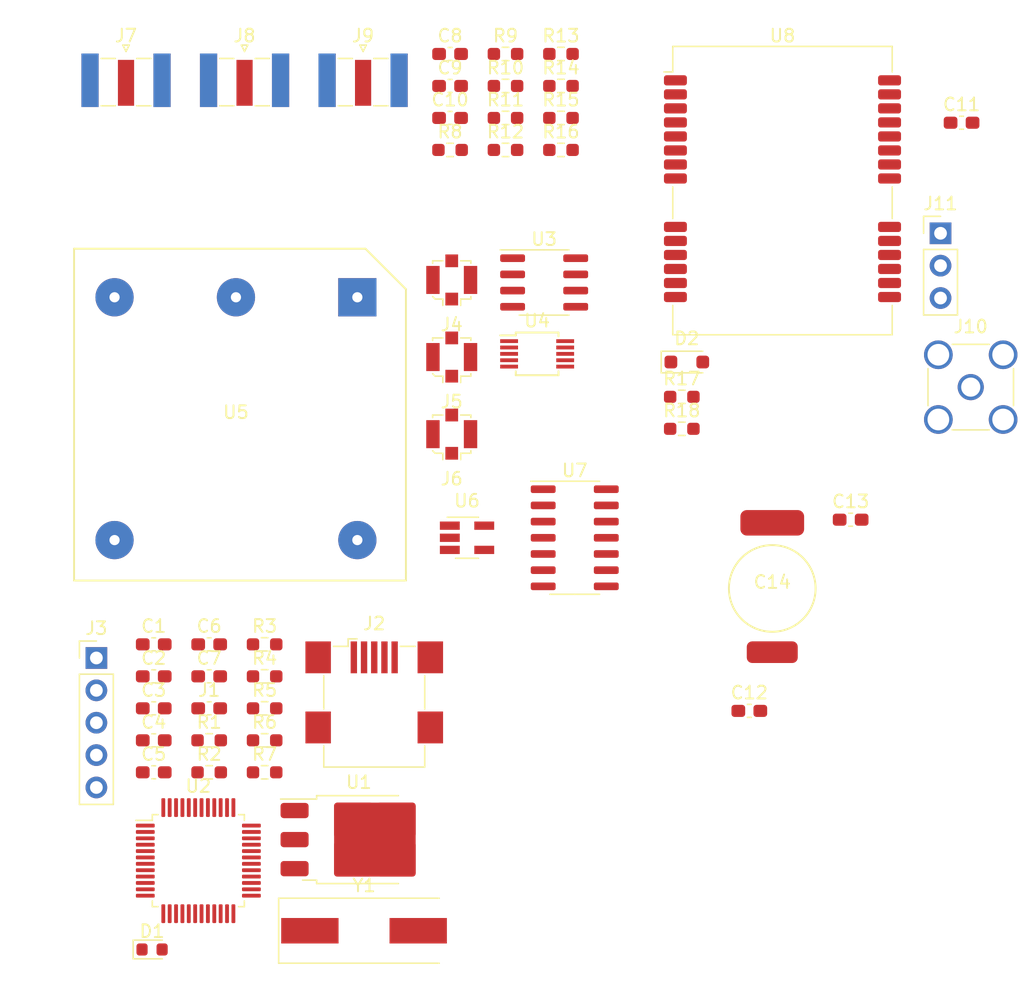
<source format=kicad_pcb>
(kicad_pcb (version 20221018) (generator pcbnew)

  (general
    (thickness 1.6)
  )

  (paper "A4")
  (layers
    (0 "F.Cu" signal)
    (31 "B.Cu" signal)
    (32 "B.Adhes" user "B.Adhesive")
    (33 "F.Adhes" user "F.Adhesive")
    (34 "B.Paste" user)
    (35 "F.Paste" user)
    (36 "B.SilkS" user "B.Silkscreen")
    (37 "F.SilkS" user "F.Silkscreen")
    (38 "B.Mask" user)
    (39 "F.Mask" user)
    (40 "Dwgs.User" user "User.Drawings")
    (41 "Cmts.User" user "User.Comments")
    (42 "Eco1.User" user "User.Eco1")
    (43 "Eco2.User" user "User.Eco2")
    (44 "Edge.Cuts" user)
    (45 "Margin" user)
    (46 "B.CrtYd" user "B.Courtyard")
    (47 "F.CrtYd" user "F.Courtyard")
    (48 "B.Fab" user)
    (49 "F.Fab" user)
    (50 "User.1" user)
    (51 "User.2" user)
    (52 "User.3" user)
    (53 "User.4" user)
    (54 "User.5" user)
    (55 "User.6" user)
    (56 "User.7" user)
    (57 "User.8" user)
    (58 "User.9" user)
  )

  (setup
    (pad_to_mask_clearance 0)
    (pcbplotparams
      (layerselection 0x00010fc_ffffffff)
      (plot_on_all_layers_selection 0x0000000_00000000)
      (disableapertmacros false)
      (usegerberextensions false)
      (usegerberattributes true)
      (usegerberadvancedattributes true)
      (creategerberjobfile true)
      (dashed_line_dash_ratio 12.000000)
      (dashed_line_gap_ratio 3.000000)
      (svgprecision 4)
      (plotframeref false)
      (viasonmask false)
      (mode 1)
      (useauxorigin false)
      (hpglpennumber 1)
      (hpglpenspeed 20)
      (hpglpendiameter 15.000000)
      (dxfpolygonmode true)
      (dxfimperialunits true)
      (dxfusepcbnewfont true)
      (psnegative false)
      (psa4output false)
      (plotreference true)
      (plotvalue true)
      (plotinvisibletext false)
      (sketchpadsonfab false)
      (subtractmaskfromsilk false)
      (outputformat 1)
      (mirror false)
      (drillshape 1)
      (scaleselection 1)
      (outputdirectory "")
    )
  )

  (net 0 "")
  (net 1 "+5V")
  (net 2 "GND")
  (net 3 "+3.3V")
  (net 4 "NRST")
  (net 5 "Net-(U2-PD0)")
  (net 6 "Net-(U2-PD1)")
  (net 7 "+3V3")
  (net 8 "Net-(U3B-+)")
  (net 9 "Net-(U4-XA)")
  (net 10 "10Mhz")
  (net 11 "Net-(U8-V_BCKP)")
  (net 12 "Net-(D1-A)")
  (net 13 "Net-(D2-K)")
  (net 14 "unconnected-(J2-VBUS-Pad1)")
  (net 15 "Net-(J2-D-)")
  (net 16 "Net-(J2-D+)")
  (net 17 "unconnected-(J2-ID-Pad4)")
  (net 18 "SWDIO")
  (net 19 "SWCLK")
  (net 20 "Net-(J4-In)")
  (net 21 "Net-(J5-In)")
  (net 22 "Net-(J6-In)")
  (net 23 "Net-(J7-In)")
  (net 24 "Net-(J8-In)")
  (net 25 "Net-(J9-In)")
  (net 26 "Net-(J10-In)")
  (net 27 "GPS-TXD")
  (net 28 "GPS-RXD")
  (net 29 "USB-D+")
  (net 30 "USB-D-")
  (net 31 "/BOOT1")
  (net 32 "STATUS_LED")
  (net 33 "/BOOT0")
  (net 34 "Net-(U3A--)")
  (net 35 "Net-(R10-Pad2)")
  (net 36 "Net-(R11-Pad2)")
  (net 37 "Net-(R12-Pad2)")
  (net 38 "Net-(R13-Pad2)")
  (net 39 "Net-(R14-Pad2)")
  (net 40 "Net-(R15-Pad2)")
  (net 41 "Net-(R16-Pad2)")
  (net 42 "Net-(U8-V_ANT)")
  (net 43 "Net-(U8-VCC_RF)")
  (net 44 "unconnected-(U2-VBAT-Pad1)")
  (net 45 "unconnected-(U2-PC14-Pad3)")
  (net 46 "unconnected-(U2-PC15-Pad4)")
  (net 47 "10MHz")
  (net 48 "PPS")
  (net 49 "unconnected-(U2-PA2-Pad12)")
  (net 50 "unconnected-(U2-PA3-Pad13)")
  (net 51 "unconnected-(U2-PA4-Pad14)")
  (net 52 "unconnected-(U2-PA5-Pad15)")
  (net 53 "unconnected-(U2-PA7-Pad17)")
  (net 54 "unconnected-(U2-PB0-Pad18)")
  (net 55 "unconnected-(U2-PB1-Pad19)")
  (net 56 "unconnected-(U2-PB10-Pad21)")
  (net 57 "unconnected-(U2-PB11-Pad22)")
  (net 58 "unconnected-(U2-PB12-Pad25)")
  (net 59 "unconnected-(U2-PB13-Pad26)")
  (net 60 "unconnected-(U2-PB14-Pad27)")
  (net 61 "unconnected-(U2-PB15-Pad28)")
  (net 62 "unconnected-(U2-PA8-Pad29)")
  (net 63 "unconnected-(U2-PA9-Pad30)")
  (net 64 "unconnected-(U2-PA10-Pad31)")
  (net 65 "unconnected-(U2-PA15-Pad38)")
  (net 66 "unconnected-(U2-PB3-Pad39)")
  (net 67 "unconnected-(U2-PB4-Pad40)")
  (net 68 "unconnected-(U2-PB5-Pad41)")
  (net 69 "PWM")
  (net 70 "unconnected-(U2-PB7-Pad43)")
  (net 71 "unconnected-(U2-PB8-Pad45)")
  (net 72 "unconnected-(U2-PB9-Pad46)")
  (net 73 "FEC-PWM")
  (net 74 "Net-(U3B--)")
  (net 75 "unconnected-(U4-XB-Pad3)")
  (net 76 "SCL")
  (net 77 "SDA")
  (net 78 "Net-(U5-Out)")
  (net 79 "unconnected-(U5-VRef-Pad4)")
  (net 80 "unconnected-(U8-SDA2-Pad1)")
  (net 81 "unconnected-(U8-SCL2-Pad2)")
  (net 82 "unconnected-(U8-NC-Pad5)")
  (net 83 "unconnected-(U8-VCC_OUT-Pad8)")
  (net 84 "unconnected-(U8-NC-Pad9)")
  (net 85 "unconnected-(U8-RESET-Pad10)")
  (net 86 "unconnected-(U8-Reserved-Pad12)")
  (net 87 "unconnected-(U8-AADET_N-Pad20)")
  (net 88 "unconnected-(U8-Reserved-Pad21)")
  (net 89 "unconnected-(U8-Reserved-Pad22)")
  (net 90 "unconnected-(U8-Reserved-Pad23)")
  (net 91 "unconnected-(U8-VDDUSB-Pad24)")
  (net 92 "unconnected-(U8-USB_DM-Pad25)")
  (net 93 "unconnected-(U8-USB_DP-Pad26)")
  (net 94 "unconnected-(U8-EXTINT0-Pad27)")
  (net 95 "unconnected-(U6-NC-Pad1)")

  (footprint "Capacitor_SMD:C_0603_1608Metric_Pad1.08x0.95mm_HandSolder" (layer "F.Cu") (at 38.135 96.29))

  (footprint "Resistor_SMD:R_0603_1608Metric_Pad0.98x0.95mm_HandSolder" (layer "F.Cu") (at 61.385 49.97))

  (footprint "Connector_Coaxial:SMA_Amphenol_901-144_Vertical" (layer "F.Cu") (at 102.235 68.58))

  (footprint "Capacitor_SMD:C_0603_1608Metric_Pad1.08x0.95mm_HandSolder" (layer "F.Cu") (at 38.135 88.76))

  (footprint "Resistor_SMD:R_0603_1608Metric_Pad0.98x0.95mm_HandSolder" (layer "F.Cu") (at 42.485 96.29))

  (footprint "Package_TO_SOT_SMD:SOT-23-5_HandSoldering" (layer "F.Cu") (at 62.715 80.4))

  (footprint "Crystal:Crystal_SMD_HC49-SD" (layer "F.Cu") (at 54.635 111.23))

  (footprint "Resistor_SMD:R_0603_1608Metric_Pad0.98x0.95mm_HandSolder" (layer "F.Cu") (at 70.085 47.46))

  (footprint "Capacitor_SMD:C_0603_1608Metric_Pad1.08x0.95mm_HandSolder" (layer "F.Cu") (at 38.135 93.78))

  (footprint "Capacitor_SMD:C_0603_1608Metric_Pad1.08x0.95mm_HandSolder" (layer "F.Cu") (at 101.515 47.835))

  (footprint "Connector_Coaxial:U.FL_Molex_MCRF_73412-0110_Vertical" (layer "F.Cu") (at 61.515 60.17))

  (footprint "Connector_USB:USB_Mini-B_Wuerth_65100516121_Horizontal" (layer "F.Cu") (at 55.435 92.38))

  (footprint "Resistor_SMD:R_0603_1608Metric_Pad0.98x0.95mm_HandSolder" (layer "F.Cu") (at 46.835 91.27))

  (footprint "LED_SMD:LED_0603_1608Metric" (layer "F.Cu") (at 38.005 112.7))

  (footprint "Resistor_SMD:R_0603_1608Metric_Pad0.98x0.95mm_HandSolder" (layer "F.Cu") (at 65.735 42.44))

  (footprint "Resistor_SMD:R_0603_1608Metric_Pad0.98x0.95mm_HandSolder" (layer "F.Cu") (at 65.735 47.46))

  (footprint "Connector_Coaxial:SMA_Samtec_SMA-J-P-X-ST-EM1_EdgeMount" (layer "F.Cu") (at 35.96 44.505))

  (footprint "Resistor_SMD:R_0603_1608Metric_Pad0.98x0.95mm_HandSolder" (layer "F.Cu") (at 46.835 98.8))

  (footprint "Capacitor_SMD:C_0603_1608Metric_Pad1.08x0.95mm_HandSolder" (layer "F.Cu") (at 38.135 91.27))

  (footprint "Capacitor_SMD:C_0603_1608Metric_Pad1.08x0.95mm_HandSolder" (layer "F.Cu") (at 84.8625 93.98))

  (footprint "Resistor_SMD:R_0603_1608Metric_Pad0.98x0.95mm_HandSolder" (layer "F.Cu") (at 70.085 42.44))

  (footprint "Capacitor_SMD:C_0603_1608Metric_Pad1.08x0.95mm_HandSolder" (layer "F.Cu") (at 42.485 93.78))

  (footprint "Connector_PinHeader_2.54mm:PinHeader_1x03_P2.54mm_Vertical" (layer "F.Cu") (at 99.865 56.51))

  (footprint "Resistor_SMD:R_0603_1608Metric_Pad0.98x0.95mm_HandSolder" (layer "F.Cu") (at 46.835 88.76))

  (footprint "Resistor_SMD:R_0603_1608Metric_Pad0.98x0.95mm_HandSolder" (layer "F.Cu") (at 70.085 49.97))

  (footprint "Connector_PinHeader_2.54mm:PinHeader_1x05_P2.54mm_Vertical" (layer "F.Cu") (at 33.635 89.83))

  (footprint "Diode_SMD:D_SOD-323_HandSoldering" (layer "F.Cu") (at 79.96 66.61))

  (footprint "DMS3R3224RF:DMS3R3224RF" (layer "F.Cu") (at 86.6625 84.375))

  (footprint "Capacitor_SMD:C_0603_1608Metric_Pad1.08x0.95mm_HandSolder" (layer "F.Cu") (at 61.385 42.44))

  (footprint "Capacitor_SMD:C_0603_1608Metric_Pad1.08x0.95mm_HandSolder" (layer "F.Cu") (at 92.8125 78.98))

  (footprint "Resistor_SMD:R_0603_1608Metric_Pad0.98x0.95mm_HandSolder" (layer "F.Cu") (at 46.835 96.29))

  (footprint "Package_SO:SO-14_3.9x8.65mm_P1.27mm" (layer "F.Cu") (at 71.165 80.4))

  (footprint "Resistor_SMD:R_0603_1608Metric_Pad0.98x0.95mm_HandSolder" (layer "F.Cu") (at 65.735 44.95))

  (footprint "Connector_Coaxial:SMA_Samtec_SMA-J-P-X-ST-EM1_EdgeMount" (layer "F.Cu") (at 45.26 44.505))

  (footprint "Package_TO_SOT_SMD:TO-252-3_TabPin2" (layer "F.Cu") (at 54.225 104.08))

  (footprint "Capacitor_SMD:C_0603_1608Metric_Pad1.08x0.95mm_HandSolder" (layer "F.Cu") (at 61.385 47.46))

  (footprint "Capacitor_SMD:C_0603_1608Metric_Pad1.08x0.95mm_HandSolder" (layer "F.Cu") (at 42.485 88.76))

  (footprint "Resistor_SMD:R_0603_1608Metric_Pad0.98x0.95mm_HandSolder" (layer "F.Cu") (at 79.565 71.85))

  (footprint "Capacitor_SMD:C_0603_1608Metric_Pad1.08x0.95mm_HandSolder" (layer "F.Cu") (at 38.135 98.8))

  (footprint "Package_SO:MSOP-10_3x3mm_P0.5mm" (layer "F.Cu") (at 68.215 65.97))

  (footprint "Capacitor_SMD:C_0603_1608Metric_Pad1.08x0.95mm_HandSolder" (layer "F.Cu") (at 61.385 44.95))

  (footprint "Package_SO:SOIC-8_3.9x4.9mm_P1.27mm" (layer "F.Cu") (at 68.765 60.37))

  (footprint "Resistor_SMD:R_0603_1608Metric_Pad0.98x0.95mm_HandSolder" (layer "F.Cu") (at 70.085 44.95))

  (footprint "Resistor_SMD:R_0603_1608Metric_Pad0.98x0.95mm_HandSolder" (layer "F.Cu") (at 46.835 93.78))

  (footprint "Package_QFP:LQFP-48_7x7mm_P0.5mm" (layer "F.Cu")
    (tstamp c6017579-a4c2-464c-923a-91d72ff9aa89)
    (at 41.635 105.73)
    (descr "LQFP, 48 Pin (https://www.analog.com/media/en/technical-documentation/data-sheets/ltc2358-16.pdf), generated with kicad-footprint-generator ipc_gullwing_generator.py")
    (tags "LQFP QFP")
    (property "Sheetfile" "cheapsdo.kicad_sch")
    (property "Sheetname" "")
    (path "/00000000-0000-0000-0000-00005f7a07f5")
    (attr smd)
    (fp_text reference "U2" (at 0 -5.85) (layer "F.SilkS")
        (effects (font (size 1 1) (thickness 0.15)))
      (tstamp c5a273c3-2fc6-448e-9b96-25d5823e7649)
    )
    (fp_text value "STM32F103C8Tx" (at 0 5.85) (layer "F.Fab")
        (effects (font (size 1 1) (thickness 0.15)))
      (tstamp 8fc42dc0-5d92-49d8-b0b4-298e7af87dee)
    )
    (fp_text user "${REFERENCE}" (at 0 0) (layer "F.Fab")
        (effects (font (size 1 1) (thickness 0.15)))
      (tstamp a976e93b-dfbc-4c49-9d1b-fe30ed067614)
    )
    (fp_line (start -3.61 -3.61) (end -3.61 -3.16)
      (stroke (width 0.12) (type solid)) (layer "F.SilkS") (tstamp fc457edc-36b2-424d-b2c2-19f12c0368a8))
    (fp_line (start -3.61 -3.16) (end -4.9 -3.16)
      (stroke (width 0.12) (type solid)) (layer "F.SilkS") (tstamp 203daa24-057c-4946-9c50-09dcd5152148))
    (fp_line (start -3.61 3.61) (end -3.61 3.16)
      (stroke (width 0.12) (type solid)) (layer "F.SilkS") (tstamp ec3155fe-d203-4284-b791-d1b2ec7c04a2))
    (fp_line (start -3.16 -3.61) (end -3.61 -3.61)
      (stroke (width 0.12) (type solid)) (layer "F.SilkS") (tstamp 1c2d2cf0-761c-48dc-a6e8-dd42f19d6e6c))
    (fp_line (start -3.16 3.61) (end -3.61 3.61)
      (stroke (width 0.12) (type solid)) (layer "F.SilkS") (tstamp f76e9630-8e70-4b29-8adf-e33e7de9050c))
    (fp_line (start 3.16 -3.61) (end 3.61 -3.61)
      (stroke (width 0.12) (type solid)) (layer "F.SilkS") (tstamp a509b24d-cdb0-4d69-a353-d49f895a4f31))
    (fp_line (start 3.16 3.61) (end 3.61 3.61)
      (stroke (width 0.12) (type solid)) (layer "F.SilkS") (tstamp 4009cca0-9ed4-4e42-ab87-ebb609795d5f))
    (fp_line (start 3.61 -3.61) (end 3.61 -3.16)
      (stroke (width 0.12) (type solid)) (layer "F.SilkS") (tstamp 5964f8ce-746a-4b40-aef5-6208b2f5bd9a))
    (fp_line (start 3.61 3.61) (end 3.61 3.16)
      (stroke (width 0.12) (type solid)) (layer "F.SilkS") (tstamp bcb56aaf-a9af-437c-93c0-6d2bfd06c823))
    (fp_line (start -5.15 -3.15) (end -5.15 0)
      (stroke (width 0.05) (type solid)) (layer "F.CrtYd") (tstamp fc543bfb-7b94-4312-9b54-005946626578))
    (fp_line (start -5.15 3.15) (end -5.15 0)
      (stroke (width 0.05) (type solid)) (layer "F.CrtYd") (tstamp 73e758d5-de59-4155-8029-c11499705020))
    (fp_line (start -3.75 -3.75) (end -3.75 -3.15)
      (stroke (width 0.05) (type solid)) (layer "F.CrtYd") (tstamp d785ede2-d66e-4cd6-bc53-209ad840a491))
    (fp_line (start -3.75 -3.15) (end -5.15 -3.15)
      (stroke (width 0.05) (type solid)) (layer "F.CrtYd") (tstamp 56ad90a6-aff7-407a-8177-26477745c940))
    (fp_line (start -3.75 3.15) (end -5.15 3.15)
      (stroke (width 0.05) (type solid)) (layer "F.CrtYd") (tstamp 0634b37d-8f34-4c82-895a-fe0ec2a6f8bf))
    (fp_line (start -3.75 3.75) (end -3.75 3.15)
      (stroke (width 0.05) (type solid)) (layer "F.CrtYd") (tstamp 91e755b9-3497-40b4-b6e8-a69211c478d7))
    (fp_line (start -3.15 -5.15) (end -3.15 -3.75)
      (stroke (width 0.05) (type solid)) (layer "F.CrtYd") (tstamp c6668c3c-726a-43f7-99df-7eaefe2e3850))
    (fp_line (start -3.15 -3.75) (end -3.75 -3.75)
      (stroke (width 0.05) (type solid)) (layer "F.CrtYd") (tstamp 62f074f4-61d1-41c0-95bb-7be804d9fc9e))
    (fp_line (start -3.15 3.75) (end -3.75 3.75)
      (stroke (width 0.05) (type solid)) (layer "F.CrtYd") (tstamp 1d5b794d-4b2b-42e4-9a0f-bc1cbb944793))
    (fp_line (start -3.15 5.15) (end -3.15 3.75)
      (stroke (width 0.05) (type solid)) (layer "F.CrtYd") (tstamp 05367c6c-5561-476b-92c0-0e9db493e415))
    (fp_line (start 0 -5.15) (end -3.15 -5.15)
      (stroke (width 0.05) (type solid)) (layer "F.CrtYd") (tstamp 49b59cb0-b440-4367-8668-b87f183481de))
    (fp_line (start 0 -5.15) (end 3.15 -5.15)
      (stroke (width 0.05) (type solid)) (layer "F.CrtYd") (tstamp eb79450f-7bad-4998-a03e-40a1fbc69e18))
    (fp_line (start 0 5.15) (end -3.15 5.15)
      (stroke (width 0.05) (type solid)) (layer "F.CrtYd") (tstamp 4c7e472d-5513-4949-a443-e7a1c4f87bf7))
    (fp_line (start 0 5.15) (end 3.15 5.15)
      (stroke (width 0.05) (type solid)) (layer "F.CrtYd") (tstamp 59de4419-0be7-46f6-8aa8-4aaa8e860d03))
    (fp_line (start 3.15 -5.15) (end 3.15 -3.75)
      (stroke (width 0.05) (type solid)) (layer "F.CrtYd") (tstamp 8bb38c1d-cf14-42dd-a5e4-eb6ae96aea34))
    (fp_line (start 3.15 -3.75) (end 3.75 -3.75)
      (stroke (width 0.05) (type solid)) (layer "F.CrtYd") (tstamp 0964028c-63ed-4092-969e-33b32ae639dc))
    (fp_line (start 3.15 3.75) (end 3.75 3.75)
      (stroke (width 0.05) (type solid)) (layer "F.CrtYd") (tstamp 601444da-816b-427f-a2b5-49a33c619fb1))
    (fp_line (start 3.15 5.15) (end 3.15 3.75)
      (stroke (width 0.05) (type solid)) (layer "F.CrtYd") (tstamp 4aaf5ded-7ba8-4901-ab9c-9383858f3e83))
    (fp_line (start 3.75 -3.75) (end 3.75 -3.15)
      (stroke (width 0.05) (type solid)) (layer "F.CrtYd") (tstamp e8b4373e-9f32-420e-a869-9de0ab1efab5))
    (fp_line (start 3.75 -3.15) (end 5.15 -3.15)
      (stroke (width 0.05) (type solid)) (layer "F.CrtYd") (tstamp e741e178-7698-4690-a96c-326416cb633e))
    (fp_line (start 3.75 3.15) (end 5.15 3.15)
      (stroke (width 0.05) (type solid)) (layer "F.CrtYd") (tstamp f6ac7c56-b8f8-4d8a-a214-f9fa8d9b6f4c))
    (fp_line (start 3.75 3.75) (end 3.75 3.15)
      (stroke (width 0.05) (type solid)) (layer "F.CrtYd") (tstamp 0bb8a643-d731-4a98-8b09-0106db68e160))
    (fp_line (start 5.15 -3.15) (end 5.15 0)
      (stroke (width 0.05) (type solid)) (layer "F.CrtYd") (tstamp dd689a32-09ba-466e-a753-941defd6c7ec))
    (fp_line (start 5.15 3.15) (end 5.15 0)
      (stroke (width 0.05) (type solid)) (layer "F.CrtYd") (tstamp 30c4f797-f3fc-4a5d-a799-780dacc1bf99))
    (fp_line (start -3.5 -2.5) (end -2.5 -3.5)
      (stroke (width 0.1) (type solid)) (layer "F.Fab") (tstamp 66f5bc4f-ccaf-4600-9ed2-4f7bf9c4bfd3))
    (fp_line (start -3.5 3.5) (end -3.5 -2.5)
      (stroke (width 0.1) (type solid)) (layer "F.Fab") (tstamp 5d01378b-e51f-4a12-a916-c10572cfee17))
    (fp_line (start -2.5 -3.5) (end 3.5 -3.5)
      (stroke (width 0.1) (type solid)) (layer "F.Fab") (tstamp d9025029-5297-477d-936a-247ca66a54f1))
    (fp_line (start 3.5 -3.5) (end 3.5 3.5)
      (stroke (width 0.1) (type solid)) (layer "F.Fab") (tstamp f30f6670-8ad7-422b-a6ab-3aff0cf59994))
    (fp_line (start 3.5 3.5) (end -3.5 3.5)
      (stroke (width 0.1) (type solid)) (layer "F.Fab") (tstamp f478dffa-cd53-4fc9-a60f-6c5e1a3ae844))
    (pad "1" smd roundrect (at -4.1625 -2.75) (size 1.475 0.3) (layers "F.Cu" "F.Paste" "F.Mask") (roundrect_rratio 0.25)
      (net 44 "unconnected-(U2-VBAT-Pad1)") (pinfunction "VBAT") (pintype "power_in") (tstamp 01eaa059-1bff-432c-8bd6-49114652c2ee))
    (pad "2" smd roundrect (at -4.1625 -2.25) (size 1.475 0.3) (layers "F.Cu" "F.Paste" "F.Mask") (roundrect_rratio 0.25)
      (net 32 "STATUS_LED") (pinfunction "PC13") (pintype "bidirectional") (tstamp 38f75b50-5613-4bff-b17f-c743215d2ff9))
    (pad "3" smd roundrect (at -4.1625 -1.75) (size 1.475 0.3) (layers "F.Cu" "F.Paste" "F.Mask") (roundrect_rratio 0.25)
      (net 45 "unconnected-(U2-PC14-Pad3)") (pinfunction "PC14") (pintype "bidirectional") (tstamp bc1adc18-f54a-4159-8494-d2e8dc685e2e))
    (pad "4" smd roundrect (at -4.1625 -1.25) (size 1.475 0.3) (layers "F.Cu" "F.Paste" "F.Mask") (roundrect_rratio 0.25)
      (net 46 "unconnected-(U2-PC15-Pad4)") (pinfunction "PC15") (pintype "bidirectional") (tstamp d74cd971-fd50-4f5a-a26a-939dca2357a8))
    (pad "5" smd roundrect (at -4.1625 -0.75) (size 1.475 0.3) (layers "F.Cu" "F.Paste" "F.Mask") (roundrect_rratio 0.25)
      (net 5 "Net-(U2-PD0)") (pinfunction "PD0") (pintype "input") (tstamp 4958a00d-0f22-4545-9e1b-48cf0b872902))
    (pad "6" smd roundrect (at -4.1625 -0.25) (size 1.475 0.3) (layers "F.Cu" "F.Paste" "F.Mask") (roundrect_rratio 0.25)
      (net 6 "Net-(U2-PD1)") (pinfunction "PD1") (pintype "input") (tstamp 726e9fd6-006e-45d9-b733-b5a8b86eae7f))
    (pad "7" smd roundrect (at -4.1625 0.25) (size 1.475 0.3) (layers "F.Cu" "F.Paste" "F.Mask") (roundrect_rratio 0.25)
      (net 4 "NRST") (pinfunction "NRST") (pintype "input") (tstamp 9b1d517f-2fde-4785-8b53-07b4f32d5a00))
    (pad "8" smd roundrect (at -4.1625 0.75) (size 1.475 0.3) (layers "F.Cu" "F.Paste" "F.Mask") (roundrect_rratio 0.25)
      (net 2 "GND") (pinfunction "VSSA") (pintype "power_in") (tstamp 63cb8583-4954-4b4e-bf67-7071e6b517c9))
    (pad "9" smd roundrect (at -4.1625 1.25) (size 1.475 0.3) (layers "F.Cu" "F.Paste" "F.Mask") (roundrect_rratio 0.25)
      (net 7 "+3V3") (pinfunction "VDDA") (pintype "power_in") (tstamp 5c0ca03c-919f-448e-90e6-2817afa71568))
    (pad "10" smd roundrect (at -4.1625 1.75) (size 1.475 0.3) (layers "F.Cu" "F.Paste" "F.Mask") (roundrect_rratio 0.25)
      (net 47 "10MHz") (pinfunction "PA0") (pintype "bidirectional") (tstamp 76952820-9ca9-4be9-8eb7-54f458e6c178))
    (pad "11" smd roundrect (at -4.1625 2.25) (size 1.475 0.3) (layers "F.Cu" "F.Paste" "F.Mask") (roundrect_rratio 0.25)
      (net 48 "PPS") (pinfunction "PA1") (pintype "bidirectional") (tstamp 6a83ad0d-74f5-4592-bb69-6c96afb9c790))
    (pad "12" smd roundrect (at -4.1625 2.75) (size 1.475 0.3) (layers "F.Cu" "F.Paste" "F.Mask") (roundrect_rratio 0.25)
      (net 49 "unconnected-(U2-PA2-Pad12)") (pinfunction "PA2") (pintype "bidirectional") (tstamp 02a30bac-e5ea-4fad-8415-f1b749fef6f9))
    (pad "13" smd roundrect (at -2.75 4.1625) (size 0.3 1.475) (layers "F.Cu" "F.Paste" "F.Mask") (roundrect_rratio 0.25)
      (net 50 "unconnected-(U2-PA3-Pad13)") (pinfunction "PA3") (pintype "bidirectional") (tstamp 25f5ddde-9b07-4760-af03-cf13aeb5beb9))
    (pad "14" smd roundrect (at -2.25 4.1625) (size 0.3 1.475) (layers "F.Cu" "F.Paste" "F.Mask") (roundrect_rratio 0.25)
      (net 51 "unconnected-(U2-PA4-Pad14)") (pinfunction "PA4") (pintype "bidirectional") (tstamp 53fe8712-92e4-4748-8fe3-b29b479c0f0f))
    (pad "15" smd roundrect (at -1.75 4.1625) (size 0.3 1.475) (layers "F.Cu" "F.Paste" "F.Mask") (roundrect_rratio 0.25)
      (net 52 "unconnected-(U2-PA5-Pad15)") (pinfunction "PA5") (pintype "bidirectional") (tstamp 07c08568-751e-4548-be43-9c2c69018121))
    (pad "16" smd roundrect (at -1.25 4.1625) (size 0.3 1.475) (layers "F.Cu" "F.Paste" "F.Mask") (roundrect_rratio 0.25)
      (net 48 "PPS") (pinfunction "PA6") (pintype "bidirectional") (tstamp b6365281-d7c6-4afe-b5c9-4e9ceb19d89d))
    (pad "17" smd roundrect (at -0.75 4.1625) (size 0.3 1.475) (layers "F.Cu" "F.Paste" "F.Mask") (roundrect_rratio 0.25)
      (net 53 "unconnected-(U2-PA7-Pad17)") (pinfunction "PA7") (pintype "bidirectional") (tstamp 11711e90-8294-44ec-89ab-b547d9ce3752))
    (pad "18" smd roundrect (at -0.25 4.1625) (size 0.3 1.475) (layers "F.Cu" "F.Paste" "F.Mask") (roundrect_rratio 0.25)
      (net 54 "unconnected-(U2-PB0-Pad18)") (pinfunction "PB0") (pintype "bidirectional") (tstamp e7e5c24a-8447-4d59-aacf-698c3c070b7a))
    (pad "19" smd roundrect (at 0.25 4.1625) (size 0.3 1.475) (layers "F.Cu" "F.Paste" "F.Mask") (roundrect_rratio 0.25)
      (net 55 "unconnected-(U2-PB1-Pad19)") (pinfunction "PB1") (pintype "bidirectional") (tstamp 807b1329-faba-41d6-877e-817009f8fa4a))
    (pad "20" smd roundrect (at 0.75 4.1625) (size 0.3 1.475) (layers "F.Cu" "F.Paste" "F.Mask") (roundrect_rratio 0.25)
      (net 31 "/BOOT1") (pinfunction "PB2") (pintype "bidirectional") (tstamp a13dcdf9-714b-4332-b98a-1e12952de3ec))
    (pad "21" smd roundrect (at 1.25 4.1625) (size 0.3 1.475) (layers "F.Cu" "F.Paste" "F.Mask") (roundrect_rratio 0.25)
      (net 56 "unconnected-(U2-PB10-Pad21)") (pinfunction "PB10") (pintype "bidirectional") (tstamp 15694d54-19d0-4c27-9ed5-3ed5c2d9a686))
    (pad "22" smd roundrect (at 1.75 4.1625) (size 0.3 1.475) (layers "F.Cu" "F.Paste" "F.Mask") (roundrect_rratio 0.25)
      (net 57 "unconnected-(U2-PB11-Pad22)") (pinfunction "PB11") (pintype "bidirectional") (tstamp 9dc3b248-ae1a-41c5-b28c-dfd0fbe9654c))
    (pad "23" smd roundrect (at 2.25 4.1625) (size 0.3 1.475) (layers "F.Cu" "F.Paste" "F.Mask") (roundrect_rratio 0.25)
      (net 2 "GND") (pinfunction "VSS") (pintype "power_in") (tstamp ee2e1b1f-7f55-4577-b0c3-221f2b0c556d))
    (pad "24" smd roundrect (at 2.75 4.1625) (size 0.3 1.475) (layers "F.Cu" "F.Paste" "F.Mask") (roundrect_rratio 0.25)
      (net 7 "+3V3") (pinfunction "VDD") (pintype "power_in") (tstamp 47052768-0a23-4bb7-8547-c7315d7ef68b))
    (pad "25" smd roundrect (at 4.1625 2.75) (size 1.475 0.3) (layers "F.Cu" "F.Paste" "F.Mask") (roundrect_rratio 0.25)
      (net 58 "unconnected-(U2-PB12-Pad25)") (pinfunction "PB12") (pintype "bidirectional") (tstamp e761927a-9295-409b-929d-e95da34bed37))
    (pad "26" smd roundrect (at 4.1625 2.25) (size 1.475 0.3) (layers "F.Cu" "F.Paste" "F.Mask") (roundrect_rratio 0.25)
      (net 59 "unconnected-(U2-PB13-Pad26)") (pinfunction "PB13") (pintype "bidirectional") (tstamp 1fba1c77-370e-4785-bda1-50236e29b98c))
    (pad "27" smd roundrect (at 4.1625 1.75) (size 1.475 0.3) (layers "F.Cu" "F.Paste" "F.Mask") (roundrect_rratio 0.25)
      (net 60 "unconnected-(U2-PB14-Pad27)") (pinfunction "PB14") (pintype "bidirectional") (tstamp 175a3d97-aa1d-4ae2-a113-ce9fca9d63c0))
    (pad "28" smd roundrect (at 4.1625 1.25) (size 1.475 0.3) (layers "F.Cu" "F.Paste" "F.Mask") (roundrect_rratio 0.25)
      (net 61 "unconnected-(U2-PB15-Pad28)") (pinfunction "PB15") (pintype "bidirectional") (tstamp 8be52ecc-66f1-4306-9c85-725a5c291715))
    (pad "29" smd roundrect (at 4.1625 0.75) (size 1.475 0.3) (layers "F.Cu" "F.Paste" "F.Mask") (roundrect_rratio 0.25)
      (net 62 "unconnected-(U2-PA8-Pad29)") (pinfunction "PA8") (pintype "bidirectional") (tstamp bb632f30-7bee-4945-9085-6966806ca221))
    (pad "30" smd roundrect (at 4.1625 0.25) (size 1.475 0.3) (layers "F.Cu" "F.Paste" "F.Mask") (roundrect_rratio 0.25)
      (net 63 "unconnected-(U2-PA9-Pad30)") (pinfunction "PA9") (pintype "bidirectional") (tstamp b4fd46df-f6e9-4149-a82d-f4b609215041))
    (pad "31" smd roundrect (at 4.1625 -0.25) (size 1.475 0.3) (layers "F.Cu" "F.Paste" "F.Mask") (roundrect_rratio 0.25)
      (net 64 "unconnected-(U2-PA10-Pad31)") (pinfunction "PA10") (pintype "bidirectional") (tstamp af09c0c5-4f25-4c27-be20-2246351c9298))
    (pad "32" smd roundrect (at 4.1625 -0.75) (size 1.475 0.3) (layers "F.Cu" "F.Paste" "F.Mask") (roundrect_rratio 0.25)
      (net 29
... [51026 chars truncated]
</source>
